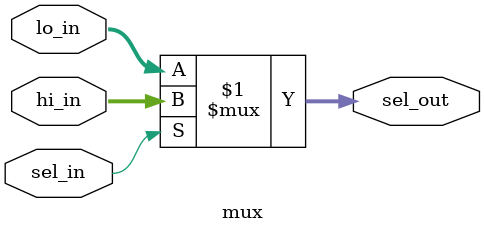
<source format=v>


`resetall
`timescale 1ns/10ps
module mux #(parameter N=32)( input[N-1:0] hi_in, lo_in, 
                              input sel_in, 
                              output [N-1:0] sel_out);


// ### Please start your Verilog code here ### 

assign sel_out = sel_in ? hi_in : lo_in;

endmodule

</source>
